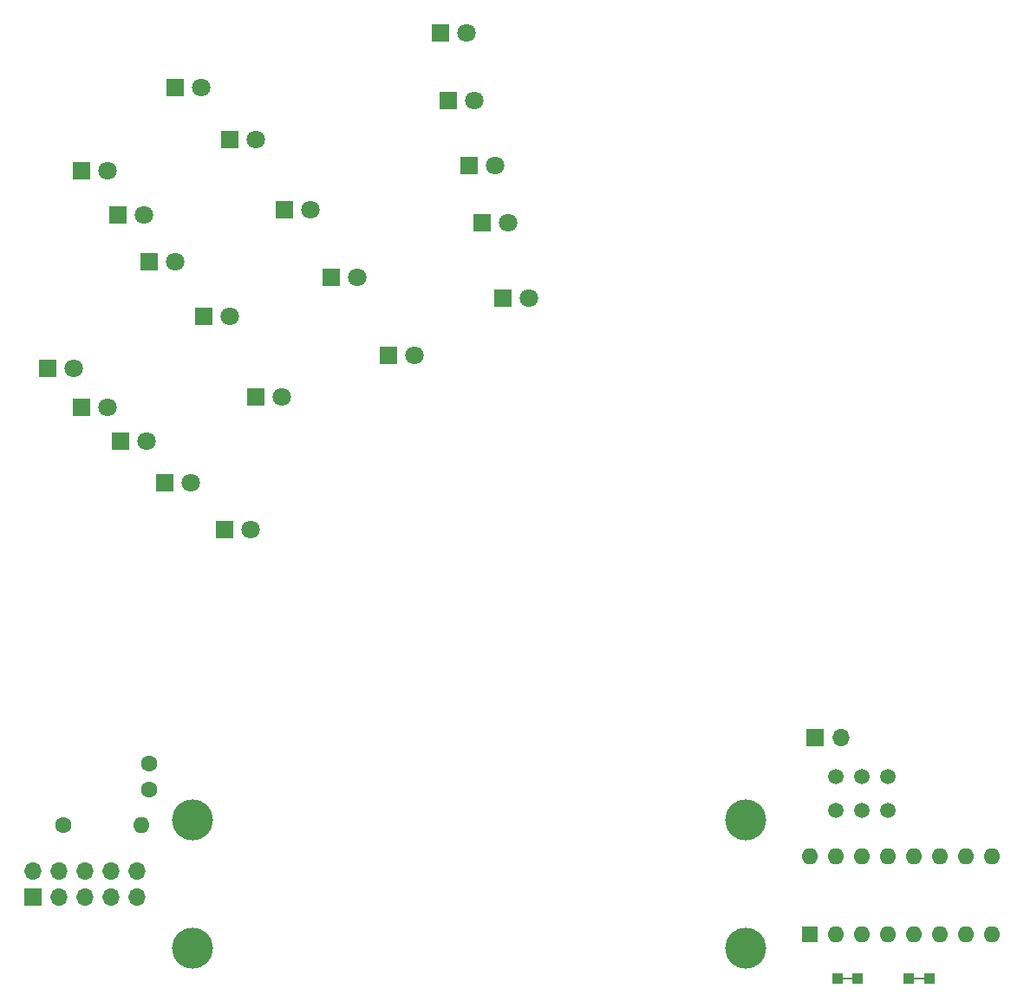
<source format=gbr>
G04 #@! TF.FileFunction,Soldermask,Top*
%FSLAX46Y46*%
G04 Gerber Fmt 4.6, Leading zero omitted, Abs format (unit mm)*
G04 Created by KiCad (PCBNEW 4.0.6) date 11/09/17 18:57:56*
%MOMM*%
%LPD*%
G01*
G04 APERTURE LIST*
%ADD10C,0.100000*%
%ADD11C,4.000000*%
%ADD12R,1.800000X1.800000*%
%ADD13C,1.800000*%
%ADD14C,1.600000*%
%ADD15O,1.600000X1.600000*%
%ADD16C,1.500000*%
%ADD17R,1.600000X1.600000*%
%ADD18R,1.700000X1.700000*%
%ADD19O,1.700000X1.700000*%
%ADD20R,1.000000X1.000000*%
%ADD21R,1.000000X0.254000*%
G04 APERTURE END LIST*
D10*
D11*
X172000000Y-145000000D03*
X118000000Y-132500000D03*
X172000000Y-132500000D03*
D12*
X103886000Y-88392000D03*
D13*
X106426000Y-88392000D03*
D12*
X110998000Y-95504000D03*
D13*
X113538000Y-95504000D03*
D12*
X121158000Y-104140000D03*
D13*
X123698000Y-104140000D03*
D12*
X107188000Y-92202000D03*
D13*
X109728000Y-92202000D03*
D12*
X115316000Y-99568000D03*
D13*
X117856000Y-99568000D03*
D12*
X107188000Y-69088000D03*
D13*
X109728000Y-69088000D03*
D12*
X113792000Y-77978000D03*
D13*
X116332000Y-77978000D03*
D12*
X124206000Y-91186000D03*
D13*
X126746000Y-91186000D03*
D12*
X110744000Y-73406000D03*
D13*
X113284000Y-73406000D03*
D12*
X119126000Y-83312000D03*
D13*
X121666000Y-83312000D03*
D12*
X116332000Y-60960000D03*
D13*
X118872000Y-60960000D03*
D12*
X127000000Y-72898000D03*
D13*
X129540000Y-72898000D03*
D12*
X137160000Y-87122000D03*
D13*
X139700000Y-87122000D03*
D12*
X121666000Y-66040000D03*
D13*
X124206000Y-66040000D03*
D12*
X131572000Y-79502000D03*
D13*
X134112000Y-79502000D03*
D12*
X142240000Y-55626000D03*
D13*
X144780000Y-55626000D03*
D12*
X145034000Y-68580000D03*
D13*
X147574000Y-68580000D03*
D12*
X148336000Y-81534000D03*
D13*
X150876000Y-81534000D03*
D12*
X143002000Y-62230000D03*
D13*
X145542000Y-62230000D03*
D12*
X146304000Y-74168000D03*
D13*
X148844000Y-74168000D03*
D14*
X105380000Y-133000000D03*
D15*
X113000000Y-133000000D03*
D16*
X183388000Y-128270000D03*
X185888000Y-128270000D03*
X180888000Y-128270000D03*
X180888000Y-131570000D03*
X183388000Y-131570000D03*
X185888000Y-131570000D03*
D17*
X178300000Y-143620000D03*
D15*
X196080000Y-136000000D03*
X180840000Y-143620000D03*
X193540000Y-136000000D03*
X183380000Y-143620000D03*
X191000000Y-136000000D03*
X185920000Y-143620000D03*
X188460000Y-136000000D03*
X188460000Y-143620000D03*
X185920000Y-136000000D03*
X191000000Y-143620000D03*
X183380000Y-136000000D03*
X193540000Y-143620000D03*
X180840000Y-136000000D03*
X196080000Y-143620000D03*
X178300000Y-136000000D03*
D18*
X178816000Y-124460000D03*
D19*
X181356000Y-124460000D03*
D14*
X113750000Y-129500000D03*
X113750000Y-127000000D03*
D11*
X118000000Y-145000000D03*
D18*
X102460000Y-140000000D03*
D19*
X102460000Y-137460000D03*
X105000000Y-140000000D03*
X105000000Y-137460000D03*
X107540000Y-140000000D03*
X107540000Y-137460000D03*
X110080000Y-140000000D03*
X110080000Y-137460000D03*
X112620000Y-140000000D03*
X112620000Y-137460000D03*
D20*
X183000000Y-148000000D03*
X181000000Y-148000000D03*
D21*
X182000000Y-148000000D03*
D20*
X188000000Y-148000000D03*
X190000000Y-148000000D03*
D21*
X189000000Y-148000000D03*
M02*

</source>
